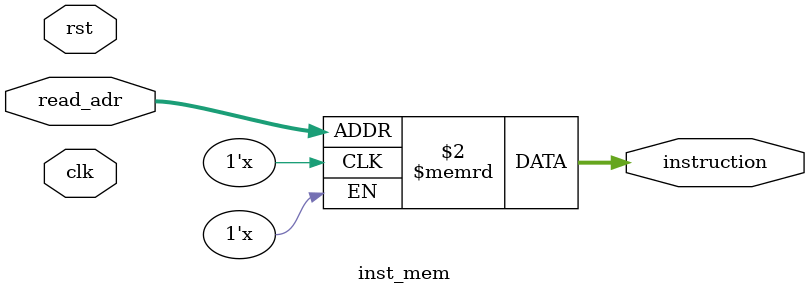
<source format=sv>

module inst_mem #(parameter width=32,depth=2048,adr_in=11)
(
    input wire clk,rst,
    input wire [adr_in-1:0] read_adr,
    output reg [width-1:0] instruction
);

    
 reg [width-1:0] memory [depth-1:0]; 
integer i;

always @(*) instruction= memory[read_adr];


endmodule
</source>
